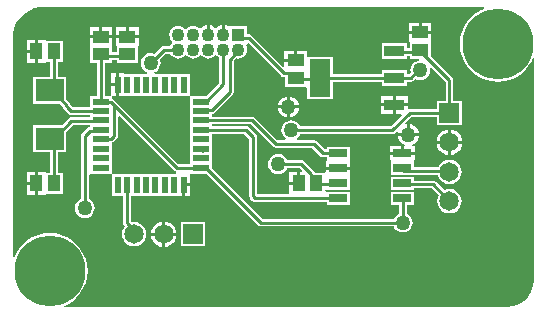
<source format=gtl>
G04*
G04 #@! TF.GenerationSoftware,Altium Limited,Altium Designer,20.2.3 (150)*
G04*
G04 Layer_Physical_Order=1*
G04 Layer_Color=255*
%FSLAX24Y24*%
%MOIN*%
G70*
G04*
G04 #@! TF.SameCoordinates,F9B30F2D-920F-4E4A-910B-E49C5D8B914F*
G04*
G04*
G04 #@! TF.FilePolarity,Positive*
G04*
G01*
G75*
%ADD13C,0.0100*%
%ADD14R,0.0551X0.0433*%
%ADD15R,0.0689X0.1260*%
%ADD16R,0.0689X0.0374*%
%ADD17R,0.0610X0.0276*%
%ADD18R,0.0433X0.0551*%
%ADD19R,0.0581X0.0236*%
%ADD20R,0.0236X0.0581*%
%ADD21R,0.0945X0.0748*%
%ADD37R,0.0650X0.0650*%
%ADD38C,0.0650*%
%ADD39C,0.2362*%
%ADD40C,0.0433*%
%ADD41R,0.0433X0.0433*%
%ADD42R,0.0650X0.0650*%
%ADD43C,0.0500*%
G36*
X26083Y25426D02*
X25976Y25381D01*
X25807Y25278D01*
X25656Y25149D01*
X25527Y24998D01*
X25424Y24829D01*
X25348Y24646D01*
X25301Y24453D01*
X25286Y24255D01*
X25301Y24057D01*
X25348Y23865D01*
X25424Y23681D01*
X25527Y23512D01*
X25656Y23362D01*
X25807Y23233D01*
X25976Y23129D01*
X26159Y23053D01*
X26352Y23007D01*
X26550Y22991D01*
X26747Y23007D01*
X26940Y23053D01*
X27123Y23129D01*
X27292Y23233D01*
X27443Y23362D01*
X27572Y23512D01*
X27676Y23681D01*
X27720Y23789D01*
X27770Y23779D01*
Y16468D01*
Y16369D01*
X27732Y16176D01*
X27656Y15994D01*
X27547Y15830D01*
X27408Y15691D01*
X27244Y15582D01*
X27062Y15506D01*
X26869Y15468D01*
X12087D01*
X12077Y15518D01*
X12185Y15562D01*
X12354Y15666D01*
X12505Y15795D01*
X12633Y15945D01*
X12737Y16114D01*
X12813Y16298D01*
X12859Y16490D01*
X12875Y16688D01*
X12859Y16886D01*
X12813Y17079D01*
X12737Y17262D01*
X12633Y17431D01*
X12505Y17582D01*
X12354Y17711D01*
X12185Y17814D01*
X12002Y17890D01*
X11809Y17936D01*
X11611Y17952D01*
X11413Y17936D01*
X11221Y17890D01*
X11037Y17814D01*
X10868Y17711D01*
X10717Y17582D01*
X10589Y17431D01*
X10485Y17262D01*
X10441Y17155D01*
X10391Y17164D01*
Y24476D01*
Y24574D01*
X10429Y24767D01*
X10504Y24949D01*
X10614Y25113D01*
X10753Y25252D01*
X10917Y25362D01*
X11099Y25437D01*
X11292Y25476D01*
X26073D01*
X26083Y25426D01*
D02*
G37*
%LPC*%
G36*
X24338Y24954D02*
X24012D01*
Y24688D01*
X24338D01*
Y24954D01*
D02*
G37*
G36*
X23912D02*
X23587D01*
Y24688D01*
X23912D01*
Y24954D01*
D02*
G37*
G36*
X17445Y24873D02*
Y24560D01*
X17345D01*
Y24873D01*
X17313Y24868D01*
X17236Y24836D01*
X17179Y24793D01*
X17145Y24788D01*
X17112Y24793D01*
X17055Y24836D01*
X16978Y24868D01*
X16945Y24873D01*
Y24560D01*
X16845D01*
Y24873D01*
X16813Y24868D01*
X16736Y24836D01*
X16670Y24786D01*
X16657Y24769D01*
X16607D01*
X16606Y24770D01*
X16544Y24818D01*
X16472Y24848D01*
X16395Y24858D01*
X16318Y24848D01*
X16246Y24818D01*
X16185Y24770D01*
X16170Y24752D01*
X16120D01*
X16106Y24770D01*
X16044Y24818D01*
X15972Y24848D01*
X15895Y24858D01*
X15818Y24848D01*
X15746Y24818D01*
X15685Y24770D01*
X15637Y24709D01*
X15608Y24637D01*
X15597Y24560D01*
X15608Y24483D01*
X15637Y24411D01*
X15685Y24349D01*
X15703Y24335D01*
Y24285D01*
X15685Y24270D01*
X15637Y24209D01*
X15630Y24191D01*
X15419D01*
X15369Y24181D01*
X15326Y24153D01*
X15100Y23926D01*
X15065Y23941D01*
X14980Y23952D01*
X14894Y23941D01*
X14814Y23908D01*
X14745Y23855D01*
X14692Y23786D01*
X14659Y23706D01*
X14648Y23620D01*
X14659Y23535D01*
X14692Y23455D01*
X14745Y23386D01*
X14814Y23333D01*
X14856Y23316D01*
X14846Y23266D01*
X14095D01*
Y23287D01*
X13927D01*
Y22897D01*
Y22506D01*
X14095D01*
Y22528D01*
X16229D01*
X16279Y22528D01*
X16279Y22478D01*
Y22134D01*
Y21819D01*
Y21504D01*
Y21189D01*
Y20874D01*
Y20559D01*
Y20257D01*
X15901D01*
X13862Y22296D01*
X13862Y22296D01*
X13764Y22395D01*
X13721Y22423D01*
X13680Y22431D01*
X13680Y22506D01*
X13700Y22506D01*
X13827D01*
Y22847D01*
X13659D01*
Y22548D01*
X13659Y22528D01*
X13639Y22528D01*
X13442D01*
Y23608D01*
X13674D01*
Y23729D01*
X13844D01*
Y23606D01*
X14553D01*
Y24175D01*
X14574D01*
Y24441D01*
X14198D01*
X13823D01*
Y24175D01*
X13844D01*
Y23991D01*
X13674D01*
Y24177D01*
X13695D01*
Y24444D01*
X13320D01*
X12944D01*
Y24177D01*
X12965D01*
Y23608D01*
X13180D01*
Y22528D01*
X12942D01*
Y22147D01*
X12388D01*
X12309Y22226D01*
X12305Y22246D01*
X12276Y22289D01*
X12162Y22403D01*
Y23164D01*
X11891D01*
Y23649D01*
X12055D01*
Y24357D01*
X11486D01*
Y24379D01*
X11219D01*
Y24003D01*
Y23628D01*
X11486D01*
Y23649D01*
X11629D01*
Y23164D01*
X11060D01*
Y22258D01*
X11936D01*
X12058Y22136D01*
X12062Y22116D01*
X12091Y22073D01*
X12241Y21923D01*
X12283Y21894D01*
X12334Y21884D01*
X12942D01*
Y21811D01*
X12334D01*
X12283Y21801D01*
X12241Y21773D01*
X12018Y21550D01*
X11060D01*
Y20644D01*
X11626D01*
Y19964D01*
X11483D01*
Y19985D01*
X11217D01*
Y19609D01*
Y19234D01*
X11483D01*
Y19255D01*
X12053D01*
Y19964D01*
X11889D01*
Y20644D01*
X12162D01*
Y21323D01*
X12388Y21549D01*
X12942D01*
Y21487D01*
X12901Y21478D01*
X12858Y21450D01*
X12690Y21282D01*
X12661Y21239D01*
X12651Y21189D01*
Y19089D01*
X12617Y19075D01*
X12548Y19022D01*
X12496Y18953D01*
X12462Y18873D01*
X12451Y18787D01*
X12462Y18702D01*
X12496Y18622D01*
X12548Y18553D01*
X12617Y18500D01*
X12697Y18467D01*
X12783Y18456D01*
X12868Y18467D01*
X12948Y18500D01*
X13017Y18553D01*
X13070Y18622D01*
X13103Y18702D01*
X13114Y18787D01*
X13103Y18873D01*
X13070Y18953D01*
X13017Y19022D01*
X12948Y19075D01*
X12914Y19089D01*
Y19891D01*
X12942Y19929D01*
X13630D01*
X13630Y19929D01*
X13631Y19929D01*
X13680Y19929D01*
X13680Y19880D01*
Y19879D01*
X13680Y19879D01*
Y19191D01*
X14061D01*
Y18292D01*
X14071Y18242D01*
X14099Y18199D01*
X14123Y18176D01*
X14074Y18112D01*
X14034Y18014D01*
X14020Y17909D01*
X14034Y17803D01*
X14074Y17705D01*
X14139Y17621D01*
X14223Y17556D01*
X14321Y17516D01*
X14427Y17502D01*
X14532Y17516D01*
X14630Y17556D01*
X14715Y17621D01*
X14779Y17705D01*
X14820Y17803D01*
X14834Y17909D01*
X14820Y18014D01*
X14779Y18112D01*
X14715Y18196D01*
X14630Y18261D01*
X14532Y18302D01*
X14427Y18316D01*
X14363Y18307D01*
X14323Y18346D01*
Y19191D01*
X15864D01*
Y19169D01*
X16032D01*
Y19560D01*
X16082D01*
Y19610D01*
X16300D01*
Y19909D01*
X16300Y19929D01*
X16320Y19929D01*
X16831D01*
X18554Y18206D01*
X18597Y18178D01*
X18647Y18168D01*
X23075D01*
X23089Y18133D01*
X23142Y18065D01*
X23211Y18012D01*
X23291Y17979D01*
X23376Y17968D01*
X23462Y17979D01*
X23542Y18012D01*
X23611Y18065D01*
X23664Y18133D01*
X23697Y18213D01*
X23708Y18299D01*
X23697Y18385D01*
X23664Y18465D01*
X23611Y18534D01*
X23542Y18586D01*
X23508Y18601D01*
Y18895D01*
X23754D01*
Y19328D01*
X22987D01*
Y18895D01*
X23245D01*
Y18601D01*
X23211Y18586D01*
X23142Y18534D01*
X23089Y18465D01*
X23075Y18430D01*
X18701D01*
X17017Y20115D01*
Y20559D01*
Y20874D01*
Y21255D01*
X18105D01*
X18263Y21096D01*
Y19182D01*
X18273Y19131D01*
X18302Y19089D01*
X18372Y19019D01*
X18415Y18990D01*
X18465Y18980D01*
X20841D01*
Y18895D01*
X21609D01*
Y19328D01*
X20841D01*
Y19328D01*
X20794Y19335D01*
Y19388D01*
X20841Y19395D01*
Y19395D01*
X21609D01*
Y19824D01*
X21609Y19828D01*
X21619Y19874D01*
X21630D01*
Y20061D01*
X20820D01*
Y20003D01*
X20794Y19964D01*
X20770Y19964D01*
X20454D01*
X20453Y19966D01*
X20425Y20008D01*
X20088Y20345D01*
X20045Y20373D01*
X19995Y20383D01*
X19528D01*
X19514Y20418D01*
X19461Y20486D01*
X19393Y20539D01*
X19313Y20572D01*
X19227Y20584D01*
X19141Y20572D01*
X19061Y20539D01*
X18992Y20486D01*
X18940Y20418D01*
X18906Y20338D01*
X18895Y20252D01*
X18906Y20166D01*
X18940Y20086D01*
X18992Y20018D01*
X19061Y19965D01*
X19141Y19932D01*
X19227Y19920D01*
X19313Y19932D01*
X19393Y19965D01*
X19461Y20018D01*
X19514Y20086D01*
X19528Y20121D01*
X19941D01*
X20030Y20031D01*
X20011Y19985D01*
X19958D01*
Y19609D01*
X19908D01*
Y19559D01*
X19591D01*
Y19243D01*
X18526D01*
Y21151D01*
X18516Y21201D01*
X18487Y21244D01*
X18252Y21479D01*
X18210Y21507D01*
X18160Y21517D01*
X17017D01*
Y21570D01*
X18316D01*
X19054Y20831D01*
X19097Y20802D01*
X19147Y20792D01*
X20354D01*
X20628Y20519D01*
X20671Y20490D01*
X20721Y20480D01*
X20841D01*
Y20399D01*
X20841Y20395D01*
X20830Y20349D01*
X20820D01*
Y20161D01*
X21630D01*
Y20349D01*
X21619D01*
X21609Y20395D01*
X21609Y20399D01*
Y20828D01*
X20841D01*
Y20743D01*
X20775D01*
X20502Y21016D01*
X20459Y21045D01*
X20409Y21055D01*
X19871D01*
X19854Y21105D01*
X19901Y21140D01*
X19953Y21209D01*
X19968Y21244D01*
X23028D01*
X23079Y21254D01*
X23121Y21282D01*
X23189Y21350D01*
X23231Y21322D01*
X23231Y21320D01*
X23225Y21278D01*
X23522D01*
Y21575D01*
X23480Y21569D01*
X23478Y21569D01*
X23450Y21611D01*
X23668Y21829D01*
X24535D01*
Y21557D01*
X25342D01*
Y22364D01*
X25070D01*
Y23043D01*
X25060Y23093D01*
X25031Y23135D01*
X24317Y23850D01*
Y24321D01*
X24338D01*
Y24588D01*
X23962D01*
X23587D01*
Y24321D01*
X23608D01*
Y24120D01*
X23526D01*
Y24296D01*
X22680D01*
Y23764D01*
X23526D01*
Y23858D01*
X23608D01*
Y23752D01*
X23913D01*
X23917Y23702D01*
X23876Y23697D01*
X23796Y23664D01*
X23728Y23611D01*
X23675Y23542D01*
X23642Y23462D01*
X23631Y23376D01*
X23640Y23302D01*
X23594Y23256D01*
X23526D01*
Y23390D01*
X22680D01*
Y23256D01*
X21046D01*
Y23833D01*
X20200D01*
X20188Y23878D01*
Y24029D01*
X19863D01*
Y23713D01*
X19813D01*
Y23663D01*
X19437D01*
Y23515D01*
X19391Y23496D01*
X18356Y24530D01*
X18314Y24559D01*
X18264Y24569D01*
X18191D01*
Y24855D01*
X17600D01*
X17600Y24855D01*
X17550Y24838D01*
X17478Y24868D01*
X17445Y24873D01*
D02*
G37*
G36*
X13695Y24810D02*
X13370D01*
Y24544D01*
X13695D01*
Y24810D01*
D02*
G37*
G36*
X13270D02*
X12944D01*
Y24544D01*
X13270D01*
Y24810D01*
D02*
G37*
G36*
X14574Y24808D02*
X14248D01*
Y24541D01*
X14574D01*
Y24808D01*
D02*
G37*
G36*
X14148D02*
X13823D01*
Y24541D01*
X14148D01*
Y24808D01*
D02*
G37*
G36*
X11119Y24379D02*
X10853D01*
Y24053D01*
X11119D01*
Y24379D01*
D02*
G37*
G36*
X19763Y24029D02*
X19437D01*
Y23763D01*
X19763D01*
Y24029D01*
D02*
G37*
G36*
X11119Y23953D02*
X10853D01*
Y23628D01*
X11119D01*
Y23953D01*
D02*
G37*
G36*
X13827Y23287D02*
X13659D01*
Y22947D01*
X13827D01*
Y23287D01*
D02*
G37*
G36*
X23622Y21575D02*
Y21278D01*
X23918D01*
X23913Y21320D01*
X23877Y21405D01*
X23821Y21478D01*
X23748Y21534D01*
X23663Y21569D01*
X23622Y21575D01*
D02*
G37*
G36*
X24989Y21398D02*
Y21026D01*
X25360D01*
X25352Y21087D01*
X25310Y21191D01*
X25242Y21279D01*
X25153Y21347D01*
X25049Y21390D01*
X24989Y21398D01*
D02*
G37*
G36*
X24889D02*
X24828Y21390D01*
X24724Y21347D01*
X24636Y21279D01*
X24568Y21191D01*
X24525Y21087D01*
X24517Y21026D01*
X24889D01*
Y21398D01*
D02*
G37*
G36*
X23918Y21178D02*
X23225D01*
X23231Y21137D01*
X23266Y21052D01*
X23322Y20979D01*
X23395Y20923D01*
X23452Y20899D01*
X23442Y20849D01*
X23420D01*
Y20661D01*
X23776D01*
Y20849D01*
X23702D01*
X23692Y20899D01*
X23748Y20923D01*
X23821Y20979D01*
X23877Y21052D01*
X23913Y21137D01*
X23918Y21178D01*
D02*
G37*
G36*
X23320Y20849D02*
X22965D01*
Y20661D01*
X23320D01*
Y20849D01*
D02*
G37*
G36*
X25360Y20926D02*
X24989D01*
Y20554D01*
X25049Y20563D01*
X25153Y20605D01*
X25242Y20673D01*
X25310Y20762D01*
X25352Y20865D01*
X25360Y20926D01*
D02*
G37*
G36*
X24889D02*
X24517D01*
X24525Y20865D01*
X24568Y20762D01*
X24636Y20673D01*
X24724Y20605D01*
X24828Y20563D01*
X24889Y20554D01*
Y20926D01*
D02*
G37*
G36*
X11117Y19985D02*
X10850D01*
Y19659D01*
X11117D01*
Y19985D01*
D02*
G37*
G36*
X19858Y19985D02*
X19591D01*
Y19659D01*
X19858D01*
Y19985D01*
D02*
G37*
G36*
X23776Y20561D02*
X22965D01*
Y20374D01*
X22976D01*
X22987Y20328D01*
X22987Y20324D01*
Y19895D01*
X23372D01*
X23380Y19890D01*
X23430Y19880D01*
X24548D01*
X24586Y19789D01*
X24651Y19704D01*
X24735Y19640D01*
X24833Y19599D01*
X24939Y19585D01*
X25044Y19599D01*
X25142Y19640D01*
X25226Y19704D01*
X25291Y19789D01*
X25332Y19887D01*
X25346Y19992D01*
X25332Y20097D01*
X25291Y20196D01*
X25226Y20280D01*
X25142Y20345D01*
X25044Y20385D01*
X24939Y20399D01*
X24833Y20385D01*
X24735Y20345D01*
X24651Y20280D01*
X24586Y20196D01*
X24564Y20142D01*
X23754D01*
Y20324D01*
X23754Y20328D01*
X23765Y20374D01*
X23776D01*
Y20561D01*
D02*
G37*
G36*
X11117Y19559D02*
X10850D01*
Y19234D01*
X11117D01*
Y19559D01*
D02*
G37*
G36*
X16300Y19510D02*
X16132D01*
Y19169D01*
X16300D01*
Y19510D01*
D02*
G37*
G36*
X23754Y19828D02*
X22987D01*
Y19395D01*
X23754D01*
Y19437D01*
X24347D01*
X24582Y19202D01*
X24545Y19113D01*
X24532Y19008D01*
X24545Y18903D01*
X24586Y18804D01*
X24651Y18720D01*
X24735Y18655D01*
X24833Y18615D01*
X24939Y18601D01*
X25044Y18615D01*
X25142Y18655D01*
X25226Y18720D01*
X25291Y18804D01*
X25332Y18903D01*
X25346Y19008D01*
X25332Y19113D01*
X25291Y19211D01*
X25226Y19296D01*
X25142Y19360D01*
X25044Y19401D01*
X24939Y19415D01*
X24833Y19401D01*
X24778Y19378D01*
X24494Y19661D01*
X24452Y19690D01*
X24402Y19700D01*
X23754D01*
Y19828D01*
D02*
G37*
G36*
X15461Y18331D02*
Y17959D01*
X15833D01*
X15825Y18020D01*
X15782Y18123D01*
X15714Y18212D01*
X15625Y18280D01*
X15522Y18323D01*
X15461Y18331D01*
D02*
G37*
G36*
X15361D02*
X15300Y18323D01*
X15197Y18280D01*
X15108Y18212D01*
X15040Y18123D01*
X14997Y18020D01*
X14989Y17959D01*
X15361D01*
Y18331D01*
D02*
G37*
G36*
X16799Y18312D02*
X15992D01*
Y17505D01*
X16799D01*
Y18312D01*
D02*
G37*
G36*
X15833Y17859D02*
X15461D01*
Y17487D01*
X15522Y17495D01*
X15625Y17538D01*
X15714Y17606D01*
X15782Y17694D01*
X15825Y17798D01*
X15833Y17859D01*
D02*
G37*
G36*
X15361D02*
X14989D01*
X14997Y17798D01*
X15040Y17694D01*
X15108Y17606D01*
X15197Y17538D01*
X15300Y17495D01*
X15361Y17487D01*
Y17859D01*
D02*
G37*
%LPD*%
G36*
X19319Y23196D02*
X19362Y23167D01*
X19412Y23157D01*
X19458D01*
Y22827D01*
X20167D01*
X20200Y22790D01*
Y22416D01*
X21046D01*
Y22993D01*
X22680D01*
Y22859D01*
X23526D01*
Y22993D01*
X23648D01*
X23699Y23003D01*
X23741Y23032D01*
X23798Y23088D01*
X23876Y23056D01*
X23962Y23045D01*
X24048Y23056D01*
X24128Y23089D01*
X24197Y23142D01*
X24249Y23211D01*
X24282Y23291D01*
X24294Y23376D01*
X24286Y23439D01*
X24333Y23463D01*
X24807Y22988D01*
Y22364D01*
X24535D01*
Y22092D01*
X23614D01*
X23598Y22089D01*
X23548Y22127D01*
Y22169D01*
X23153D01*
Y21932D01*
X23334D01*
X23354Y21886D01*
X22974Y21506D01*
X19968D01*
X19953Y21541D01*
X19901Y21609D01*
X19832Y21662D01*
X19752Y21695D01*
X19666Y21706D01*
X19580Y21695D01*
X19500Y21662D01*
X19432Y21609D01*
X19379Y21541D01*
X19346Y21461D01*
X19335Y21375D01*
X19346Y21289D01*
X19379Y21209D01*
X19432Y21140D01*
X19478Y21105D01*
X19461Y21055D01*
X19202D01*
X18463Y21794D01*
X18420Y21822D01*
X18370Y21832D01*
X17017D01*
Y21915D01*
X17058Y21923D01*
X17101Y21952D01*
X17706Y22557D01*
X17735Y22600D01*
X17745Y22650D01*
Y23680D01*
X17835Y23770D01*
X17895Y23762D01*
X17972Y23772D01*
X18044Y23802D01*
X18106Y23849D01*
X18153Y23911D01*
X18183Y23983D01*
X18193Y24060D01*
X18183Y24137D01*
X18153Y24209D01*
X18177Y24254D01*
X18191Y24265D01*
X18241Y24275D01*
X19319Y23196D01*
D02*
G37*
G36*
X15637Y23911D02*
X15685Y23849D01*
X15746Y23802D01*
X15818Y23772D01*
X15895Y23762D01*
X15972Y23772D01*
X16044Y23802D01*
X16106Y23849D01*
X16120Y23868D01*
X16170D01*
X16185Y23849D01*
X16246Y23802D01*
X16318Y23772D01*
X16395Y23762D01*
X16472Y23772D01*
X16544Y23802D01*
X16606Y23849D01*
X16620Y23868D01*
X16670D01*
X16685Y23849D01*
X16746Y23802D01*
X16818Y23772D01*
X16895Y23762D01*
X16972Y23772D01*
X17044Y23802D01*
X17106Y23849D01*
X17120Y23868D01*
X17170D01*
X17185Y23849D01*
X17246Y23802D01*
X17264Y23795D01*
Y22960D01*
X16831Y22528D01*
X16329D01*
X16279Y22528D01*
X16279Y22577D01*
Y23266D01*
X15113D01*
X15103Y23316D01*
X15145Y23333D01*
X15214Y23386D01*
X15267Y23455D01*
X15300Y23535D01*
X15311Y23620D01*
X15300Y23706D01*
X15286Y23741D01*
X15473Y23929D01*
X15630D01*
X15637Y23911D01*
D02*
G37*
G36*
X15754Y20033D02*
X15797Y20005D01*
X15810Y20002D01*
X15833Y19946D01*
X15822Y19929D01*
X13730D01*
X13730Y19929D01*
X13730Y19929D01*
X13680Y19929D01*
X13680Y19979D01*
Y19979D01*
X13680Y19979D01*
Y20244D01*
Y20559D01*
Y20970D01*
X13721Y20978D01*
X13764Y21007D01*
X13862Y21105D01*
X13891Y21148D01*
X13901Y21198D01*
Y21821D01*
X13947Y21840D01*
X15754Y20033D01*
D02*
G37*
%LPC*%
G36*
X23548Y22506D02*
X23153D01*
Y22269D01*
X23548D01*
Y22506D01*
D02*
G37*
G36*
X23053D02*
X22659D01*
Y22269D01*
X23053D01*
Y22506D01*
D02*
G37*
G36*
X19619Y22502D02*
Y22206D01*
X19915D01*
X19909Y22247D01*
X19874Y22332D01*
X19818Y22406D01*
X19745Y22462D01*
X19660Y22497D01*
X19619Y22502D01*
D02*
G37*
G36*
X19519D02*
X19477Y22497D01*
X19392Y22462D01*
X19319Y22406D01*
X19263Y22332D01*
X19228Y22247D01*
X19222Y22206D01*
X19519D01*
Y22502D01*
D02*
G37*
G36*
X23053Y22169D02*
X22659D01*
Y21932D01*
X23053D01*
Y22169D01*
D02*
G37*
G36*
X19915Y22106D02*
X19619D01*
Y21809D01*
X19660Y21815D01*
X19745Y21850D01*
X19818Y21906D01*
X19874Y21979D01*
X19909Y22065D01*
X19915Y22106D01*
D02*
G37*
G36*
X19519D02*
X19222D01*
X19228Y22065D01*
X19263Y21979D01*
X19319Y21906D01*
X19392Y21850D01*
X19477Y21815D01*
X19519Y21809D01*
Y22106D01*
D02*
G37*
%LPD*%
D13*
X18465Y19111D02*
X21225D01*
X16820Y20126D02*
X18647Y18299D01*
X23376D01*
X18395Y19182D02*
Y21151D01*
X16648Y20126D02*
X16820D01*
X18395Y19182D02*
X18465Y19111D01*
X15847Y20126D02*
X16648D01*
X19227Y20252D02*
X19995D01*
X20498Y19569D02*
X20500Y19570D01*
X19995Y20252D02*
X20332Y19915D01*
X18160Y21386D02*
X18395Y21151D01*
X14427Y17909D02*
Y18057D01*
X14192Y18292D02*
X14427Y18057D01*
X14192Y18292D02*
Y19367D01*
X14198Y19373D01*
X14192Y19380D02*
X14198Y19373D01*
X14192Y19380D02*
Y19560D01*
X19813Y23081D02*
X20620D01*
X20664Y23124D01*
X23103D01*
X16648Y21386D02*
X18160D01*
X20332Y19776D02*
X20498Y19609D01*
X20332Y19776D02*
Y19915D01*
X20409Y20924D02*
X20721Y20611D01*
X19147Y20924D02*
X20409D01*
X18370Y21701D02*
X19147Y20924D01*
X20721Y20611D02*
X21225D01*
X19666Y21375D02*
X23028D01*
X19867Y19569D02*
X19908Y19609D01*
X16648Y20756D02*
X16716Y20688D01*
X14822Y19560D02*
X14828Y19554D01*
X13769Y22203D02*
X15847Y20126D01*
X13769Y21198D02*
Y22203D01*
X13311Y21071D02*
X13340Y21100D01*
Y22302D02*
X13671D01*
X13340Y21100D02*
X13671D01*
X13311Y22331D02*
X13340Y22302D01*
X13671D02*
X13769Y22203D01*
X13671Y21100D02*
X13769Y21198D01*
X15419Y24060D02*
X15895D01*
X14980Y23620D02*
X15419Y24060D01*
X23370Y19111D02*
X23376Y19106D01*
Y18299D02*
Y19106D01*
X23103Y23124D02*
X23648D01*
X23900Y23376D01*
X23962D01*
X23614Y21961D02*
X24939D01*
X23028Y21375D02*
X23614Y21961D01*
X17895Y24560D02*
X18018Y24437D01*
X18264D01*
X19646Y23289D02*
X19813Y23122D01*
X19412Y23289D02*
X19646D01*
X18264Y24437D02*
X19412Y23289D01*
X24939Y21961D02*
Y23043D01*
X20500Y19570D02*
X21225D01*
X15137Y19560D02*
X15166Y19531D01*
X16648Y21701D02*
X18370D01*
X12334Y22016D02*
X13311D01*
X13282Y21357D02*
X13311Y21386D01*
X12951Y21357D02*
X13282D01*
X12783Y21189D02*
X12951Y21357D01*
X12783Y18787D02*
Y21189D01*
X17008Y22044D02*
X17613Y22650D01*
Y23734D01*
X17895Y24016D01*
X16648Y22016D02*
X16677Y22044D01*
X17895Y24016D02*
Y24060D01*
X16677Y22044D02*
X17008D01*
X17395Y22906D02*
Y24060D01*
X16820Y22331D02*
X17395Y22906D01*
X16648Y22331D02*
X16820D01*
X13311D02*
Y23854D01*
X13320Y23862D01*
X13322Y23860D02*
X14198D01*
X13320Y23862D02*
X13322Y23860D01*
X11757Y19569D02*
Y20909D01*
X11611Y21056D02*
X11757Y20909D01*
X11760Y22819D02*
Y23962D01*
X11611Y22670D02*
X11760Y22819D01*
X13290Y21680D02*
X13311Y21701D01*
X12334Y21680D02*
X13290D01*
X11709Y21056D02*
X12334Y21680D01*
X11611Y21056D02*
X11709D01*
X11611Y22670D02*
X11709D01*
X12184Y22196D01*
Y22166D02*
Y22196D01*
Y22166D02*
X12334Y22016D01*
X23103Y23989D02*
X23933D01*
X23962Y23960D01*
X24021D02*
X24939Y23043D01*
X23962Y23960D02*
X24021D01*
X24879Y20011D02*
X24939Y19951D01*
X23430Y20011D02*
X24879D01*
X23370Y20070D02*
X23430Y20011D01*
X23370Y19570D02*
X23372Y19569D01*
X24402D01*
X24939Y18967D02*
Y19031D01*
X24402Y19569D02*
X24939Y19031D01*
D14*
X23962Y24047D02*
D03*
Y24638D02*
D03*
X14198Y23901D02*
D03*
Y24491D02*
D03*
X19813Y23122D02*
D03*
Y23713D02*
D03*
X13320Y24494D02*
D03*
Y23903D02*
D03*
D15*
X20623Y23124D02*
D03*
D16*
X23103Y24030D02*
D03*
Y23124D02*
D03*
Y22219D02*
D03*
D17*
X21225Y20611D02*
D03*
Y20111D02*
D03*
Y19611D02*
D03*
Y19111D02*
D03*
X23370D02*
D03*
Y19611D02*
D03*
Y20111D02*
D03*
Y20611D02*
D03*
D18*
X20498Y19609D02*
D03*
X19908D02*
D03*
X11760Y24003D02*
D03*
X11169D02*
D03*
X11757Y19609D02*
D03*
X11167D02*
D03*
D19*
X13311Y22331D02*
D03*
Y22016D02*
D03*
Y21701D02*
D03*
Y21386D02*
D03*
Y21071D02*
D03*
Y20756D02*
D03*
Y20441D02*
D03*
Y20126D02*
D03*
X16648D02*
D03*
Y20441D02*
D03*
Y20756D02*
D03*
Y21071D02*
D03*
Y21386D02*
D03*
Y21701D02*
D03*
Y22016D02*
D03*
Y22331D02*
D03*
D20*
X13877Y19560D02*
D03*
X14192D02*
D03*
X14507D02*
D03*
X14822D02*
D03*
X15137D02*
D03*
X15452D02*
D03*
X15767D02*
D03*
X16082D02*
D03*
Y22897D02*
D03*
X15767D02*
D03*
X15452D02*
D03*
X15137D02*
D03*
X14822D02*
D03*
X14507D02*
D03*
X14192D02*
D03*
X13877D02*
D03*
D21*
X11611Y21097D02*
D03*
Y22711D02*
D03*
D37*
X16395Y17909D02*
D03*
D38*
X15411D02*
D03*
X14427D02*
D03*
X24939Y19008D02*
D03*
Y19992D02*
D03*
Y20976D02*
D03*
D39*
X26550Y24255D02*
D03*
X11611Y16688D02*
D03*
D40*
X15895Y24060D02*
D03*
Y24560D02*
D03*
X16395Y24060D02*
D03*
Y24560D02*
D03*
X16895Y24060D02*
D03*
Y24560D02*
D03*
X17395Y24060D02*
D03*
Y24560D02*
D03*
X17895Y24060D02*
D03*
D41*
Y24560D02*
D03*
D42*
X24939Y21961D02*
D03*
D43*
X19227Y20252D02*
D03*
X23572Y21228D02*
D03*
X19569Y22156D02*
D03*
X19666Y21375D02*
D03*
X14980Y23620D02*
D03*
X23376Y18299D02*
D03*
X23962Y23376D02*
D03*
X12783Y18787D02*
D03*
M02*

</source>
